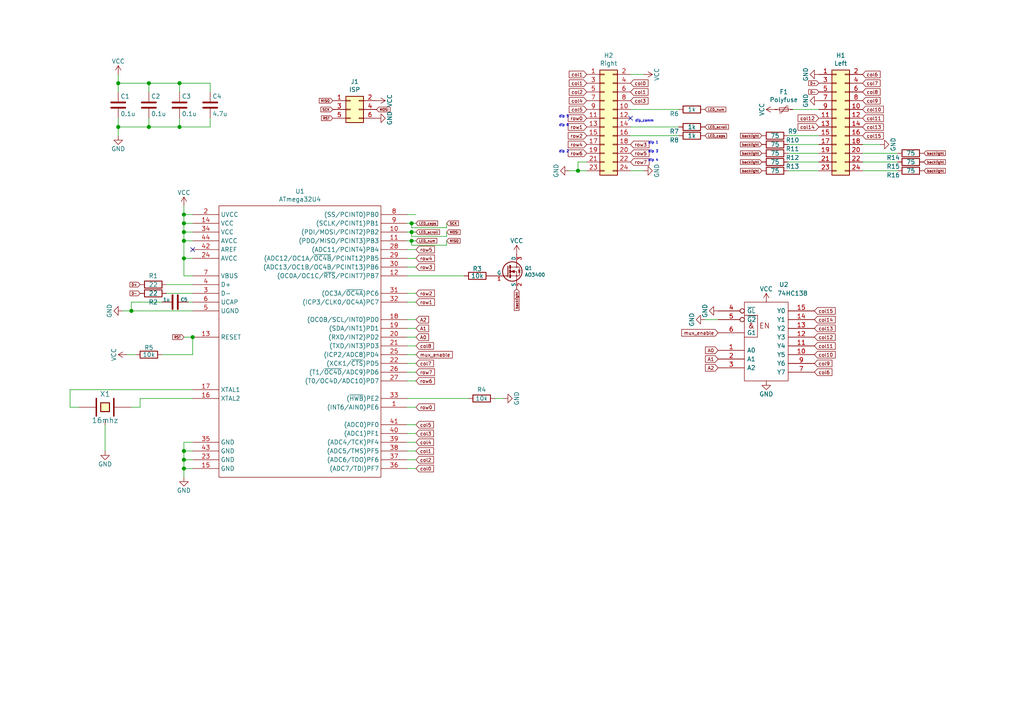
<source format=kicad_sch>
(kicad_sch (version 20210406) (generator eeschema)
  (paper "A4")
  (lib_symbols
    (symbol "74xx_IEEE:74HC237" (pin_names (offset 0.762))
      (property "Reference" "U" (at 3.81 8.89 0))
      (property "Value" "74HC237" (at 8.89 -16.51 0))
      (symbol "74HC237_0_0"
        (text "&" (at -4.318 0.762 0) (effects (font (size 1.524 1.524))))
        (text "EN" (at -0.508 0.762 0) (effects (font (size 1.524 1.524))))
        (pin power_in line (at 0 7.62 270) (length 0) hide (name "VCC") (number "16"))
      )
      (symbol "74HC237_0_1"
        (rectangle (start -6.35 7.62) (end 6.35 -15.24))
        (polyline (pts (xy -6.35 3.81) (xy -2.54 3.81) (xy -2.54 -2.54) (xy -6.35 -2.54) (xy -6.35 -2.54)))
        (pin power_in line (at 0 -15.24 90) (length 0) hide (name "GND") (number "8"))
      )
      (symbol "74HC237_1_1"
        (pin input line (at -13.97 -6.35 0) (length 7.62) (name "A0") (number "1"))
        (pin output line (at 13.97 -7.62 180) (length 7.62) (name "Y5") (number "10"))
        (pin output line (at 13.97 -5.08 180) (length 7.62) (name "Y4") (number "11"))
        (pin output line (at 13.97 -2.54 180) (length 7.62) (name "Y3") (number "12"))
        (pin output line (at 13.97 0 180) (length 7.62) (name "Y2") (number "13"))
        (pin output line (at 13.97 2.54 180) (length 7.62) (name "Y1") (number "14"))
        (pin output line (at 13.97 5.08 180) (length 7.62) (name "Y0") (number "15"))
        (pin input line (at -13.97 -8.89 0) (length 7.62) (name "A1") (number "2"))
        (pin input line (at -13.97 -11.43 0) (length 7.62) (name "A2") (number "3"))
        (pin input inverted (at -13.97 5.08 0) (length 7.62) (name "~GL") (number "4"))
        (pin input inverted (at -13.97 2.54 0) (length 7.62) (name "~G2") (number "5"))
        (pin input line (at -13.97 -1.27 0) (length 7.62) (name "G1") (number "6"))
        (pin output line (at 13.97 -12.7 180) (length 7.62) (name "Y7") (number "7"))
        (pin output line (at 13.97 -10.16 180) (length 7.62) (name "Y6") (number "9"))
      )
    )
    (symbol "Connector_Generic:Conn_02x03_Odd_Even" (pin_names hide)
      (property "Reference" "J" (at 1.27 5.08 0))
      (property "Value" "Conn_02x03_Odd_Even" (at 1.27 -5.08 0))
      (symbol "Conn_02x03_Odd_Even_1_1"
        (rectangle (start -1.27 -2.413) (end 0 -2.667) (stroke (width 0.1524)))
        (rectangle (start -1.27 0.127) (end 0 -0.127) (stroke (width 0.1524)))
        (rectangle (start -1.27 2.667) (end 0 2.413) (stroke (width 0.1524)))
        (rectangle (start 3.81 -2.413) (end 2.54 -2.667) (stroke (width 0.1524)))
        (rectangle (start 3.81 0.127) (end 2.54 -0.127) (stroke (width 0.1524)))
        (rectangle (start 3.81 2.667) (end 2.54 2.413) (stroke (width 0.1524)))
        (rectangle (start -1.27 3.81) (end 3.81 -3.81) (stroke (width 0.254)) (fill (type background)))
        (pin passive line (at -5.08 2.54 0) (length 3.81) (name "Pin_1") (number "1"))
        (pin passive line (at 7.62 2.54 180) (length 3.81) (name "Pin_2") (number "2"))
        (pin passive line (at -5.08 0 0) (length 3.81) (name "Pin_3") (number "3"))
        (pin passive line (at 7.62 0 180) (length 3.81) (name "Pin_4") (number "4"))
        (pin passive line (at -5.08 -2.54 0) (length 3.81) (name "Pin_5") (number "5"))
        (pin passive line (at 7.62 -2.54 180) (length 3.81) (name "Pin_6") (number "6"))
      )
    )
    (symbol "Connector_Generic:Conn_02x12_Odd_Even" (pin_names hide)
      (property "Reference" "J" (at 1.27 15.24 0))
      (property "Value" "Conn_02x12_Odd_Even" (at 1.27 -17.78 0))
      (symbol "Conn_02x12_Odd_Even_1_1"
        (rectangle (start -1.27 -15.113) (end 0 -15.367) (stroke (width 0.1524)))
        (rectangle (start -1.27 -12.573) (end 0 -12.827) (stroke (width 0.1524)))
        (rectangle (start -1.27 -10.033) (end 0 -10.287) (stroke (width 0.1524)))
        (rectangle (start -1.27 -7.493) (end 0 -7.747) (stroke (width 0.1524)))
        (rectangle (start -1.27 -4.953) (end 0 -5.207) (stroke (width 0.1524)))
        (rectangle (start -1.27 -2.413) (end 0 -2.667) (stroke (width 0.1524)))
        (rectangle (start -1.27 0.127) (end 0 -0.127) (stroke (width 0.1524)))
        (rectangle (start -1.27 2.667) (end 0 2.413) (stroke (width 0.1524)))
        (rectangle (start -1.27 5.207) (end 0 4.953) (stroke (width 0.1524)))
        (rectangle (start -1.27 7.747) (end 0 7.493) (stroke (width 0.1524)))
        (rectangle (start -1.27 10.287) (end 0 10.033) (stroke (width 0.1524)))
        (rectangle (start -1.27 12.827) (end 0 12.573) (stroke (width 0.1524)))
        (rectangle (start 3.81 -15.113) (end 2.54 -15.367) (stroke (width 0.1524)))
        (rectangle (start 3.81 -12.573) (end 2.54 -12.827) (stroke (width 0.1524)))
        (rectangle (start 3.81 -10.033) (end 2.54 -10.287) (stroke (width 0.1524)))
        (rectangle (start 3.81 -7.493) (end 2.54 -7.747) (stroke (width 0.1524)))
        (rectangle (start 3.81 -4.953) (end 2.54 -5.207) (stroke (width 0.1524)))
        (rectangle (start 3.81 -2.413) (end 2.54 -2.667) (stroke (width 0.1524)))
        (rectangle (start 3.81 0.127) (end 2.54 -0.127) (stroke (width 0.1524)))
        (rectangle (start 3.81 2.667) (end 2.54 2.413) (stroke (width 0.1524)))
        (rectangle (start 3.81 5.207) (end 2.54 4.953) (stroke (width 0.1524)))
        (rectangle (start 3.81 7.747) (end 2.54 7.493) (stroke (width 0.1524)))
        (rectangle (start 3.81 10.287) (end 2.54 10.033) (stroke (width 0.1524)))
        (rectangle (start 3.81 12.827) (end 2.54 12.573) (stroke (width 0.1524)))
        (rectangle (start -1.27 13.97) (end 3.81 -16.51) (stroke (width 0.254)) (fill (type background)))
        (pin passive line (at -5.08 12.7 0) (length 3.81) (name "Pin_1") (number "1"))
        (pin passive line (at 7.62 2.54 180) (length 3.81) (name "Pin_10") (number "10"))
        (pin passive line (at -5.08 0 0) (length 3.81) (name "Pin_11") (number "11"))
        (pin passive line (at 7.62 0 180) (length 3.81) (name "Pin_12") (number "12"))
        (pin passive line (at -5.08 -2.54 0) (length 3.81) (name "Pin_13") (number "13"))
        (pin passive line (at 7.62 -2.54 180) (length 3.81) (name "Pin_14") (number "14"))
        (pin passive line (at -5.08 -5.08 0) (length 3.81) (name "Pin_15") (number "15"))
        (pin passive line (at 7.62 -5.08 180) (length 3.81) (name "Pin_16") (number "16"))
        (pin passive line (at -5.08 -7.62 0) (length 3.81) (name "Pin_17") (number "17"))
        (pin passive line (at 7.62 -7.62 180) (length 3.81) (name "Pin_18") (number "18"))
        (pin passive line (at -5.08 -10.16 0) (length 3.81) (name "Pin_19") (number "19"))
        (pin passive line (at 7.62 12.7 180) (length 3.81) (name "Pin_2") (number "2"))
        (pin passive line (at 7.62 -10.16 180) (length 3.81) (name "Pin_20") (number "20"))
        (pin passive line (at -5.08 -12.7 0) (length 3.81) (name "Pin_21") (number "21"))
        (pin passive line (at 7.62 -12.7 180) (length 3.81) (name "Pin_22") (number "22"))
        (pin passive line (at -5.08 -15.24 0) (length 3.81) (name "Pin_23") (number "23"))
        (pin passive line (at 7.62 -15.24 180) (length 3.81) (name "Pin_24") (number "24"))
        (pin passive line (at -5.08 10.16 0) (length 3.81) (name "Pin_3") (number "3"))
        (pin passive line (at 7.62 10.16 180) (length 3.81) (name "Pin_4") (number "4"))
        (pin passive line (at -5.08 7.62 0) (length 3.81) (name "Pin_5") (number "5"))
        (pin passive line (at 7.62 7.62 180) (length 3.81) (name "Pin_6") (number "6"))
        (pin passive line (at -5.08 5.08 0) (length 3.81) (name "Pin_7") (number "7"))
        (pin passive line (at 7.62 5.08 180) (length 3.81) (name "Pin_8") (number "8"))
        (pin passive line (at -5.08 2.54 0) (length 3.81) (name "Pin_9") (number "9"))
      )
    )
    (symbol "Device:C" (pin_numbers hide) (pin_names (offset 0.254))
      (property "Reference" "C" (at 0.635 2.54 0))
      (property "Value" "C" (at 0.635 -2.54 0))
      (symbol "C_0_1"
        (polyline (pts (xy -2.032 -0.762) (xy 2.032 -0.762)) (stroke (width 0.508)))
        (polyline (pts (xy -2.032 0.762) (xy 2.032 0.762)) (stroke (width 0.508)))
      )
      (symbol "C_1_1"
        (pin passive line (at 0 3.81 270) (length 2.794) (name "~") (number "1"))
        (pin passive line (at 0 -3.81 90) (length 2.794) (name "~") (number "2"))
      )
    )
    (symbol "Device:Polyfuse_Small" (pin_numbers hide) (pin_names (offset 0))
      (property "Reference" "F" (at -1.905 0 90))
      (property "Value" "Polyfuse_Small" (at 1.905 0 90))
      (symbol "Polyfuse_Small_0_1"
        (rectangle (start -0.508 1.27) (end 0.508 -1.27))
        (polyline (pts (xy 0 2.54) (xy 0 -2.54)))
        (polyline (pts (xy -1.016 1.27) (xy -1.016 0.762) (xy 1.016 -0.762) (xy 1.016 -1.27)))
      )
      (symbol "Polyfuse_Small_1_1"
        (pin passive line (at 0 2.54 270) (length 0.635) (name "~") (number "1"))
        (pin passive line (at 0 -2.54 90) (length 0.635) (name "~") (number "2"))
      )
    )
    (symbol "Device:R" (pin_numbers hide) (pin_names (offset 0))
      (property "Reference" "R" (at 2.032 0 90))
      (property "Value" "R" (at 0 0 90))
      (symbol "R_0_1"
        (rectangle (start -1.016 -2.54) (end 1.016 2.54) (stroke (width 0.254)))
      )
      (symbol "R_1_1"
        (pin passive line (at 0 3.81 270) (length 1.27) (name "~") (number "1"))
        (pin passive line (at 0 -3.81 90) (length 1.27) (name "~") (number "2"))
      )
    )
    (symbol "Power:GND" (power) (pin_names (offset 0))
      (property "Value" "GND" (at 0 -3.81 0))
      (symbol "GND_0_1"
        (polyline (pts (xy 0 0) (xy 0 -1.27) (xy 1.27 -1.27) (xy 0 -2.54) (xy -1.27 -1.27) (xy 0 -1.27)))
      )
      (symbol "GND_1_1"
        (pin power_in line (at 0 0 270) (length 0) hide (name "GND") (number "1"))
      )
    )
    (symbol "Power:VCC" (power) (pin_names (offset 0))
      (property "Value" "VCC" (at 0 3.81 0))
      (symbol "VCC_0_1"
        (polyline (pts (xy -0.762 1.27) (xy 0 2.54)))
        (polyline (pts (xy 0 0) (xy 0 2.54)))
        (polyline (pts (xy 0 2.54) (xy 0.762 1.27)))
      )
      (symbol "VCC_1_1"
        (pin power_in line (at 0 0 90) (length 0) hide (name "VCC") (number "1"))
      )
    )
    (symbol "atmel:ATmega32U4"
      (property "Reference" "U" (at -22.86 43.18 0))
      (property "Value" "ATmega32U4" (at -16.51 -39.37 0))
      (symbol "ATmega32U4_0_1"
        (rectangle (start -24.13 41.91) (end 22.86 -36.83))
      )
      (symbol "ATmega32U4_1_1"
        (pin input line (at 30.48 -16.51 180) (length 7.62) (name "(INT6/AIN0)PE6") (number "1"))
        (pin input line (at 30.48 34.29 180) (length 7.62) (name "(PDI/MOSI/PCINT2)PB2") (number "10"))
        (pin input line (at 30.48 31.75 180) (length 7.62) (name "(PDO/MISO/PCINT3)PB3") (number "11"))
        (pin input line (at 30.48 21.59 180) (length 7.62) (name "(OC0A/OC1C/~RTS~/PCINT7)PB7") (number "12"))
        (pin input line (at -31.75 3.81 0) (length 7.62) (name "RESET") (number "13"))
        (pin power_in line (at -31.75 36.83 0) (length 7.62) (name "VCC") (number "14"))
        (pin power_in line (at -31.75 -34.29 0) (length 7.62) (name "GND") (number "15"))
        (pin input line (at -31.75 -13.97 0) (length 7.62) (name "XTAL2") (number "16"))
        (pin input line (at -31.75 -11.43 0) (length 7.62) (name "XTAL1") (number "17"))
        (pin input line (at 30.48 8.89 180) (length 7.62) (name "(OC0B/SCL/INT0)PD0") (number "18"))
        (pin input line (at 30.48 6.35 180) (length 7.62) (name "(SDA/INT1)PD1") (number "19"))
        (pin input line (at -31.75 39.37 0) (length 7.62) (name "UVCC") (number "2"))
        (pin input line (at 30.48 3.81 180) (length 7.62) (name "(RXD/INT2)PD2") (number "20"))
        (pin input line (at 30.48 1.27 180) (length 7.62) (name "(TXD/INT3)PD3") (number "21"))
        (pin input line (at 30.48 -3.81 180) (length 7.62) (name "(XCK1/~CTS~)PD5") (number "22"))
        (pin power_in line (at -31.75 -31.75 0) (length 7.62) (name "GND") (number "23"))
        (pin power_in line (at -31.75 26.67 0) (length 7.62) (name "AVCC") (number "24"))
        (pin input line (at 30.48 -1.27 180) (length 7.62) (name "(ICP2/ADC8)PD4") (number "25"))
        (pin input line (at 30.48 -6.35 180) (length 7.62) (name "(T1/~OC4D~/ADC9)PD6") (number "26"))
        (pin input line (at 30.48 -8.89 180) (length 7.62) (name "(T0/OC4D/ADC10)PD7") (number "27"))
        (pin input line (at 30.48 29.21 180) (length 7.62) (name "(ADC11/PCINT4)PB4") (number "28"))
        (pin input line (at 30.48 26.67 180) (length 7.62) (name "(ADC12/OC1A/~OC4B~/PCINT12)PB5") (number "29"))
        (pin input line (at -31.75 16.51 0) (length 7.62) (name "D-") (number "3"))
        (pin input line (at 30.48 24.13 180) (length 7.62) (name "(ADC13/OC1B/OC4B/PCINT13)PB6") (number "30"))
        (pin input line (at 30.48 16.51 180) (length 7.62) (name "(OC3A/~OC4A~)PC6") (number "31"))
        (pin input line (at 30.48 13.97 180) (length 7.62) (name "(ICP3/CLK0/OC4A)PC7") (number "32"))
        (pin input line (at 30.48 -13.97 180) (length 7.62) (name "(~HWB~)PE2") (number "33"))
        (pin power_in line (at -31.75 34.29 0) (length 7.62) (name "VCC") (number "34"))
        (pin power_in line (at -31.75 -26.67 0) (length 7.62) (name "GND") (number "35"))
        (pin input line (at 30.48 -34.29 180) (length 7.62) (name "(ADC7/TDI)PF7") (number "36"))
        (pin input line (at 30.48 -31.75 180) (length 7.62) (name "(ADC6/TDO)PF6") (number "37"))
        (pin input line (at 30.48 -29.21 180) (length 7.62) (name "(ADC5/TMS)PF5") (number "38"))
        (pin input line (at 30.48 -26.67 180) (length 7.62) (name "(ADC4/TCK)PF4") (number "39"))
        (pin input line (at -31.75 19.05 0) (length 7.62) (name "D+") (number "4"))
        (pin input line (at 30.48 -24.13 180) (length 7.62) (name "(ADC1)PF1") (number "40"))
        (pin input line (at 30.48 -21.59 180) (length 7.62) (name "(ADC0)PF0") (number "41"))
        (pin input line (at -31.75 29.21 0) (length 7.62) (name "AREF") (number "42"))
        (pin power_in line (at -31.75 -29.21 0) (length 7.62) (name "GND") (number "43"))
        (pin power_in line (at -31.75 31.75 0) (length 7.62) (name "AVCC") (number "44"))
        (pin input line (at -31.75 11.43 0) (length 7.62) (name "UGND") (number "5"))
        (pin input line (at -31.75 13.97 0) (length 7.62) (name "UCAP") (number "6"))
        (pin input line (at -31.75 21.59 0) (length 7.62) (name "VBUS") (number "7"))
        (pin input line (at 30.48 39.37 180) (length 7.62) (name "(SS/PCINT0)PB0") (number "8"))
        (pin input line (at 30.48 36.83 180) (length 7.62) (name "(SCLK/PCINT1)PB1") (number "9"))
      )
    )
    (symbol "keyboard_parts:AO3400" (pin_names (offset 0))
      (property "Reference" "Q" (at 0 -3.7846 0))
      (property "Value" "AO3400" (at 0 3.81 0))
      (symbol "AO3400_0_1"
        (circle (center 1.27 0) (radius 2.8194) (stroke (width 0.254)))
        (circle (center 2.54 -1.27) (radius 0.127))
        (circle (center 2.54 1.27) (radius 0.127))
        (polyline (pts (xy 0.635 -1.016) (xy 0.635 -1.651)) (stroke (width 0.508)))
        (polyline (pts (xy 0.635 0.381) (xy 0.635 -0.381)) (stroke (width 0.508)))
        (polyline (pts (xy 0.635 1.651) (xy 0.635 1.016)) (stroke (width 0.508)))
        (polyline (pts (xy 3.048 0.381) (xy 2.921 0.381)))
        (polyline (pts (xy 3.048 0.381) (xy 3.556 0.381)))
        (polyline (pts (xy 3.556 0.381) (xy 3.683 0.381)))
        (polyline (pts (xy 0 1.524) (xy 0 -1.524) (xy 0 -1.524)) (stroke (width 0.254)))
        (polyline (pts (xy 0.762 -1.27) (xy 2.54 -1.27) (xy 2.54 -2.54) (xy 2.54 -2.54)))
        (polyline (pts (xy 0.762 1.27) (xy 2.54 1.27) (xy 2.54 2.54) (xy 2.54 2.54)))
        (polyline (pts (xy 2.54 1.27) (xy 3.302 1.27) (xy 3.302 -1.27) (xy 2.54 -1.27)))
        (polyline (pts (xy 0.762 0) (xy 1.27 0) (xy 2.54 0) (xy 2.54 -1.27) (xy 2.54 -1.27)))
        (polyline (pts (xy 3.302 0.381) (xy 3.048 -0.254) (xy 3.556 -0.254) (xy 3.302 0.381)) (fill (type outline)))
        (polyline (pts (xy 0.889 0) (xy 1.905 0.381) (xy 1.905 -0.381) (xy 0.889 0) (xy 1.016 0) (xy 1.016 0)) (fill (type outline)))
      )
      (symbol "AO3400_1_1"
        (pin passive line (at -5.08 -1.27 0) (length 5.08) (name "G") (number "1"))
        (pin passive line (at 2.54 -5.08 90) (length 2.54) (name "S") (number "2"))
        (pin passive line (at 2.54 5.08 270) (length 2.54) (name "D") (number "3"))
      )
    )
    (symbol "keyboard_parts:XTAL_GND" (pin_numbers hide) (pin_names hide)
      (property "Reference" "X" (at 0 3.81 0))
      (property "Value" "XTAL_GND" (at 0 -3.81 0))
      (symbol "XTAL_GND_0_1"
        (polyline (pts (xy -2.54 2.54) (xy -2.54 -2.54)) (stroke (width 0.4064)))
        (polyline (pts (xy 2.54 2.54) (xy 2.54 -2.54)) (stroke (width 0.4064)))
        (polyline (pts (xy -1.27 1.27) (xy 1.27 1.27) (xy 1.27 -1.27) (xy -1.27 -1.27) (xy -1.27 1.27)) (stroke (width 0.3048)) (fill (type background)))
      )
      (symbol "XTAL_GND_1_1"
        (pin passive line (at -7.62 0 0) (length 5.08) (name "1") (number "1"))
        (pin passive line (at 7.62 0 180) (length 5.08) (name "2") (number "2"))
        (pin passive line (at 0 -5.08 90) (length 1.27) (name "~") (number "3"))
      )
    )
  )
  (junction (at 34.29 24.13) (diameter 1.016))
  (junction (at 34.29 36.83) (diameter 1.016))
  (junction (at 38.1 90.17) (diameter 1.016))
  (junction (at 43.18 24.13) (diameter 1.016))
  (junction (at 43.18 36.83) (diameter 1.016))
  (junction (at 52.07 24.13) (diameter 1.016))
  (junction (at 52.07 36.83) (diameter 1.016))
  (junction (at 53.34 62.23) (diameter 1.016))
  (junction (at 53.34 64.77) (diameter 1.016))
  (junction (at 53.34 67.31) (diameter 1.016))
  (junction (at 53.34 69.85) (diameter 1.016))
  (junction (at 53.34 74.93) (diameter 1.016))
  (junction (at 53.34 130.81) (diameter 1.016))
  (junction (at 53.34 133.35) (diameter 1.016))
  (junction (at 53.34 135.89) (diameter 1.016))
  (junction (at 55.88 97.79) (diameter 1.016))
  (junction (at 119.38 64.77) (diameter 1.016))
  (junction (at 119.38 67.31) (diameter 1.016))
  (junction (at 119.38 69.85) (diameter 1.016))
  (junction (at 167.64 49.53) (diameter 1.016))
  (no_connect (at 55.88 72.39))
  (no_connect (at 182.88 34.29))
  (wire (pts (xy 20.32 113.03) (xy 20.32 118.11)))
  (wire (pts (xy 20.32 113.03) (xy 55.88 113.03)))
  (wire (pts (xy 22.86 118.11) (xy 20.32 118.11)))
  (wire (pts (xy 30.48 123.19) (xy 30.48 130.81)))
  (wire (pts (xy 34.29 21.59) (xy 34.29 24.13)))
  (wire (pts (xy 34.29 24.13) (xy 34.29 26.67)))
  (wire (pts (xy 34.29 24.13) (xy 43.18 24.13)))
  (wire (pts (xy 34.29 34.29) (xy 34.29 36.83)))
  (wire (pts (xy 34.29 36.83) (xy 34.29 39.37)))
  (wire (pts (xy 34.29 36.83) (xy 43.18 36.83)))
  (wire (pts (xy 35.56 90.17) (xy 38.1 90.17)))
  (wire (pts (xy 36.83 102.87) (xy 39.37 102.87)))
  (wire (pts (xy 38.1 87.63) (xy 38.1 90.17)))
  (wire (pts (xy 38.1 87.63) (xy 46.99 87.63)))
  (wire (pts (xy 38.1 90.17) (xy 55.88 90.17)))
  (wire (pts (xy 38.1 118.11) (xy 40.64 118.11)))
  (wire (pts (xy 40.64 115.57) (xy 40.64 118.11)))
  (wire (pts (xy 40.64 115.57) (xy 55.88 115.57)))
  (wire (pts (xy 43.18 24.13) (xy 43.18 26.67)))
  (wire (pts (xy 43.18 24.13) (xy 52.07 24.13)))
  (wire (pts (xy 43.18 34.29) (xy 43.18 36.83)))
  (wire (pts (xy 43.18 36.83) (xy 52.07 36.83)))
  (wire (pts (xy 48.26 82.55) (xy 55.88 82.55)))
  (wire (pts (xy 48.26 85.09) (xy 55.88 85.09)))
  (wire (pts (xy 52.07 24.13) (xy 52.07 26.67)))
  (wire (pts (xy 52.07 24.13) (xy 60.96 24.13)))
  (wire (pts (xy 52.07 36.83) (xy 52.07 34.29)))
  (wire (pts (xy 52.07 36.83) (xy 60.96 36.83)))
  (wire (pts (xy 53.34 59.69) (xy 53.34 62.23)))
  (wire (pts (xy 53.34 62.23) (xy 53.34 64.77)))
  (wire (pts (xy 53.34 64.77) (xy 53.34 67.31)))
  (wire (pts (xy 53.34 67.31) (xy 53.34 69.85)))
  (wire (pts (xy 53.34 69.85) (xy 53.34 74.93)))
  (wire (pts (xy 53.34 74.93) (xy 55.88 74.93)))
  (wire (pts (xy 53.34 80.01) (xy 53.34 74.93)))
  (wire (pts (xy 53.34 80.01) (xy 55.88 80.01)))
  (wire (pts (xy 53.34 97.79) (xy 55.88 97.79)))
  (wire (pts (xy 53.34 128.27) (xy 55.88 128.27)))
  (wire (pts (xy 53.34 130.81) (xy 53.34 128.27)))
  (wire (pts (xy 53.34 130.81) (xy 55.88 130.81)))
  (wire (pts (xy 53.34 133.35) (xy 53.34 130.81)))
  (wire (pts (xy 53.34 135.89) (xy 53.34 133.35)))
  (wire (pts (xy 53.34 138.43) (xy 53.34 135.89)))
  (wire (pts (xy 55.88 62.23) (xy 53.34 62.23)))
  (wire (pts (xy 55.88 64.77) (xy 53.34 64.77)))
  (wire (pts (xy 55.88 67.31) (xy 53.34 67.31)))
  (wire (pts (xy 55.88 69.85) (xy 53.34 69.85)))
  (wire (pts (xy 55.88 87.63) (xy 54.61 87.63)))
  (wire (pts (xy 55.88 97.79) (xy 55.88 102.87)))
  (wire (pts (xy 55.88 102.87) (xy 46.99 102.87)))
  (wire (pts (xy 55.88 133.35) (xy 53.34 133.35)))
  (wire (pts (xy 55.88 135.89) (xy 53.34 135.89)))
  (wire (pts (xy 60.96 24.13) (xy 60.96 26.67)))
  (wire (pts (xy 60.96 36.83) (xy 60.96 34.29)))
  (wire (pts (xy 118.11 62.23) (xy 120.65 62.23)))
  (wire (pts (xy 118.11 64.77) (xy 119.38 64.77)))
  (wire (pts (xy 118.11 67.31) (xy 119.38 67.31)))
  (wire (pts (xy 118.11 69.85) (xy 119.38 69.85)))
  (wire (pts (xy 118.11 72.39) (xy 120.65 72.39)))
  (wire (pts (xy 118.11 77.47) (xy 120.65 77.47)))
  (wire (pts (xy 118.11 80.01) (xy 134.62 80.01)))
  (wire (pts (xy 118.11 87.63) (xy 120.65 87.63)))
  (wire (pts (xy 118.11 92.71) (xy 120.65 92.71)))
  (wire (pts (xy 118.11 95.25) (xy 120.65 95.25)))
  (wire (pts (xy 118.11 97.79) (xy 120.65 97.79)))
  (wire (pts (xy 118.11 102.87) (xy 120.65 102.87)))
  (wire (pts (xy 118.11 110.49) (xy 120.65 110.49)))
  (wire (pts (xy 118.11 115.57) (xy 135.89 115.57)))
  (wire (pts (xy 118.11 118.11) (xy 120.65 118.11)))
  (wire (pts (xy 118.11 123.19) (xy 120.65 123.19)))
  (wire (pts (xy 118.11 125.73) (xy 120.65 125.73)))
  (wire (pts (xy 119.38 64.77) (xy 119.38 66.04)))
  (wire (pts (xy 119.38 64.77) (xy 120.65 64.77)))
  (wire (pts (xy 119.38 66.04) (xy 129.54 66.04)))
  (wire (pts (xy 119.38 67.31) (xy 120.65 67.31)))
  (wire (pts (xy 119.38 68.58) (xy 119.38 67.31)))
  (wire (pts (xy 119.38 69.85) (xy 119.38 71.12)))
  (wire (pts (xy 119.38 69.85) (xy 120.65 69.85)))
  (wire (pts (xy 119.38 71.12) (xy 129.54 71.12)))
  (wire (pts (xy 120.65 74.93) (xy 118.11 74.93)))
  (wire (pts (xy 120.65 85.09) (xy 118.11 85.09)))
  (wire (pts (xy 120.65 100.33) (xy 118.11 100.33)))
  (wire (pts (xy 120.65 105.41) (xy 118.11 105.41)))
  (wire (pts (xy 120.65 107.95) (xy 118.11 107.95)))
  (wire (pts (xy 120.65 128.27) (xy 118.11 128.27)))
  (wire (pts (xy 120.65 130.81) (xy 118.11 130.81)))
  (wire (pts (xy 120.65 133.35) (xy 118.11 133.35)))
  (wire (pts (xy 120.65 135.89) (xy 118.11 135.89)))
  (wire (pts (xy 129.54 66.04) (xy 129.54 64.77)))
  (wire (pts (xy 129.54 67.31) (xy 129.54 68.58)))
  (wire (pts (xy 129.54 68.58) (xy 119.38 68.58)))
  (wire (pts (xy 129.54 71.12) (xy 129.54 69.85)))
  (wire (pts (xy 143.51 115.57) (xy 146.05 115.57)))
  (wire (pts (xy 167.64 49.53) (xy 165.1 49.53)))
  (wire (pts (xy 167.64 49.53) (xy 167.64 46.99)))
  (wire (pts (xy 170.18 46.99) (xy 167.64 46.99)))
  (wire (pts (xy 170.18 49.53) (xy 167.64 49.53)))
  (wire (pts (xy 182.88 31.75) (xy 196.85 31.75)))
  (wire (pts (xy 182.88 36.83) (xy 196.85 36.83)))
  (wire (pts (xy 182.88 39.37) (xy 196.85 39.37)))
  (wire (pts (xy 186.69 21.59) (xy 182.88 21.59)))
  (wire (pts (xy 186.69 49.53) (xy 182.88 49.53)))
  (wire (pts (xy 204.47 92.71) (xy 208.28 92.71)))
  (wire (pts (xy 229.87 31.75) (xy 237.49 31.75)))
  (wire (pts (xy 237.49 39.37) (xy 228.6 39.37)))
  (wire (pts (xy 237.49 41.91) (xy 228.6 41.91)))
  (wire (pts (xy 237.49 44.45) (xy 228.6 44.45)))
  (wire (pts (xy 237.49 46.99) (xy 228.6 46.99)))
  (wire (pts (xy 237.49 49.53) (xy 228.6 49.53)))
  (wire (pts (xy 255.27 41.91) (xy 250.19 41.91)))
  (wire (pts (xy 260.35 44.45) (xy 250.19 44.45)))
  (wire (pts (xy 260.35 46.99) (xy 250.19 46.99)))
  (wire (pts (xy 260.35 49.53) (xy 250.19 49.53)))
  (text "dip 5" (at 165.1 34.29 180) (effects (font (size 0.7112 0.7112)) (justify right bottom)))
  (text "dip 6" (at 165.1 36.83 180) (effects (font (size 0.7112 0.7112)) (justify right bottom)))
  (text "dip 2" (at 165.1 44.45 180) (effects (font (size 0.7112 0.7112)) (justify right bottom)))
  (text "dip_comm" (at 184.15 35.56 0) (effects (font (size 0.7112 0.7112)) (justify left bottom)))
  (text "dip 1" (at 187.96 41.91 0) (effects (font (size 0.7112 0.7112)) (justify left bottom)))
  (text "dip 3" (at 187.96 44.45 0) (effects (font (size 0.7112 0.7112)) (justify left bottom)))
  (text "dip 4" (at 187.96 46.99 0) (effects (font (size 0.7112 0.7112)) (justify left bottom)))
  (global_label "D+" (shape input) (at 40.64 82.55 180) (effects (font (size 0.7112 0.7112))) (property "Intersheet References" "${INTERSHEET_REFS}" (effects hide)))
  (global_label "D-" (shape input) (at 40.64 85.09 180) (effects (font (size 0.7112 0.7112))) (property "Intersheet References" "${INTERSHEET_REFS}" (effects hide)))
  (global_label "RST" (shape input) (at 53.34 97.79 180) (effects (font (size 0.7112 0.7112))) (property "Intersheet References" "${INTERSHEET_REFS}" (effects hide)))
  (global_label "MISO" (shape input) (at 96.52 29.21 180) (effects (font (size 0.7112 0.7112))) (property "Intersheet References" "${INTERSHEET_REFS}" (effects hide)))
  (global_label "SCK" (shape input) (at 96.52 31.75 180) (effects (font (size 0.7112 0.7112))) (property "Intersheet References" "${INTERSHEET_REFS}" (effects hide)))
  (global_label "RST" (shape input) (at 96.52 34.29 180) (effects (font (size 0.7112 0.7112))) (property "Intersheet References" "${INTERSHEET_REFS}" (effects hide)))
  (global_label "MOSI" (shape input) (at 109.22 31.75 0) (effects (font (size 0.7112 0.7112))) (property "Intersheet References" "${INTERSHEET_REFS}" (effects hide)))
  (global_label "LED_caps" (shape input) (at 120.65 64.77 0) (effects (font (size 0.7112 0.7112))) (property "Intersheet References" "${INTERSHEET_REFS}" (effects hide)))
  (global_label "LED_scroll" (shape input) (at 120.65 67.31 0) (effects (font (size 0.7112 0.7112))) (property "Intersheet References" "${INTERSHEET_REFS}" (effects hide)))
  (global_label "LED_num" (shape input) (at 120.65 69.85 0) (effects (font (size 0.7112 0.7112))) (property "Intersheet References" "${INTERSHEET_REFS}" (effects hide)))
  (global_label "row5" (shape input) (at 120.65 72.39 0) (effects (font (size 0.9906 0.9906))) (property "Intersheet References" "${INTERSHEET_REFS}" (effects hide)))
  (global_label "row4" (shape input) (at 120.65 74.93 0) (effects (font (size 0.9906 0.9906))) (property "Intersheet References" "${INTERSHEET_REFS}" (effects hide)))
  (global_label "row3" (shape input) (at 120.65 77.47 0) (effects (font (size 0.9906 0.9906))) (property "Intersheet References" "${INTERSHEET_REFS}" (effects hide)))
  (global_label "row2" (shape input) (at 120.65 85.09 0) (effects (font (size 0.9906 0.9906))) (property "Intersheet References" "${INTERSHEET_REFS}" (effects hide)))
  (global_label "row1" (shape input) (at 120.65 87.63 0) (effects (font (size 0.9906 0.9906))) (property "Intersheet References" "${INTERSHEET_REFS}" (effects hide)))
  (global_label "A2" (shape input) (at 120.65 92.71 0) (effects (font (size 0.9906 0.9906))) (property "Intersheet References" "${INTERSHEET_REFS}" (effects hide)))
  (global_label "A1" (shape input) (at 120.65 95.25 0) (effects (font (size 0.9906 0.9906))) (property "Intersheet References" "${INTERSHEET_REFS}" (effects hide)))
  (global_label "A0" (shape input) (at 120.65 97.79 0) (effects (font (size 0.9906 0.9906))) (property "Intersheet References" "${INTERSHEET_REFS}" (effects hide)))
  (global_label "col8" (shape input) (at 120.65 100.33 0) (effects (font (size 0.9906 0.9906))) (property "Intersheet References" "${INTERSHEET_REFS}" (effects hide)))
  (global_label "mux_enable" (shape input) (at 120.65 102.87 0) (effects (font (size 0.9906 0.9906))) (property "Intersheet References" "${INTERSHEET_REFS}" (effects hide)))
  (global_label "col7" (shape input) (at 120.65 105.41 0) (effects (font (size 0.9906 0.9906))) (property "Intersheet References" "${INTERSHEET_REFS}" (effects hide)))
  (global_label "row7" (shape input) (at 120.65 107.95 0) (effects (font (size 0.9906 0.9906))) (property "Intersheet References" "${INTERSHEET_REFS}" (effects hide)))
  (global_label "row6" (shape input) (at 120.65 110.49 0) (effects (font (size 0.9906 0.9906))) (property "Intersheet References" "${INTERSHEET_REFS}" (effects hide)))
  (global_label "row0" (shape input) (at 120.65 118.11 0) (effects (font (size 0.9906 0.9906))) (property "Intersheet References" "${INTERSHEET_REFS}" (effects hide)))
  (global_label "col5" (shape input) (at 120.65 123.19 0) (effects (font (size 0.9906 0.9906))) (property "Intersheet References" "${INTERSHEET_REFS}" (effects hide)))
  (global_label "col3" (shape input) (at 120.65 125.73 0) (effects (font (size 0.9906 0.9906))) (property "Intersheet References" "${INTERSHEET_REFS}" (effects hide)))
  (global_label "col4" (shape input) (at 120.65 128.27 0) (effects (font (size 0.9906 0.9906))) (property "Intersheet References" "${INTERSHEET_REFS}" (effects hide)))
  (global_label "col1" (shape input) (at 120.65 130.81 0) (effects (font (size 0.9906 0.9906))) (property "Intersheet References" "${INTERSHEET_REFS}" (effects hide)))
  (global_label "col2" (shape input) (at 120.65 133.35 0) (effects (font (size 0.9906 0.9906))) (property "Intersheet References" "${INTERSHEET_REFS}" (effects hide)))
  (global_label "col0" (shape input) (at 120.65 135.89 0) (effects (font (size 0.9906 0.9906))) (property "Intersheet References" "${INTERSHEET_REFS}" (effects hide)))
  (global_label "SCK" (shape input) (at 129.54 64.77 0) (effects (font (size 0.7112 0.7112))) (property "Intersheet References" "${INTERSHEET_REFS}" (effects hide)))
  (global_label "MOSI" (shape input) (at 129.54 67.31 0) (effects (font (size 0.7112 0.7112))) (property "Intersheet References" "${INTERSHEET_REFS}" (effects hide)))
  (global_label "MISO" (shape input) (at 129.54 69.85 0) (effects (font (size 0.7112 0.7112))) (property "Intersheet References" "${INTERSHEET_REFS}" (effects hide)))
  (global_label "backlight" (shape input) (at 149.86 83.82 270) (effects (font (size 0.7112 0.7112))) (property "Intersheet References" "${INTERSHEET_REFS}" (effects hide)))
  (global_label "col1" (shape input) (at 170.18 21.59 180) (effects (font (size 0.9906 0.9906))) (property "Intersheet References" "${INTERSHEET_REFS}" (effects hide)))
  (global_label "col1" (shape input) (at 170.18 24.13 180) (effects (font (size 0.9906 0.9906))) (property "Intersheet References" "${INTERSHEET_REFS}" (effects hide)))
  (global_label "col2" (shape input) (at 170.18 26.67 180) (effects (font (size 0.9906 0.9906))) (property "Intersheet References" "${INTERSHEET_REFS}" (effects hide)))
  (global_label "col4" (shape input) (at 170.18 29.21 180) (effects (font (size 0.9906 0.9906))) (property "Intersheet References" "${INTERSHEET_REFS}" (effects hide)))
  (global_label "col5" (shape input) (at 170.18 31.75 180) (effects (font (size 0.9906 0.9906))) (property "Intersheet References" "${INTERSHEET_REFS}" (effects hide)))
  (global_label "row0" (shape input) (at 170.18 34.29 180) (effects (font (size 0.9906 0.9906))) (property "Intersheet References" "${INTERSHEET_REFS}" (effects hide)))
  (global_label "row1" (shape input) (at 170.18 36.83 180) (effects (font (size 0.9906 0.9906))) (property "Intersheet References" "${INTERSHEET_REFS}" (effects hide)))
  (global_label "row2" (shape input) (at 170.18 39.37 180) (effects (font (size 0.9906 0.9906))) (property "Intersheet References" "${INTERSHEET_REFS}" (effects hide)))
  (global_label "row4" (shape input) (at 170.18 41.91 180) (effects (font (size 0.9906 0.9906))) (property "Intersheet References" "${INTERSHEET_REFS}" (effects hide)))
  (global_label "row6" (shape input) (at 170.18 44.45 180) (effects (font (size 0.9906 0.9906))) (property "Intersheet References" "${INTERSHEET_REFS}" (effects hide)))
  (global_label "col0" (shape input) (at 182.88 24.13 0) (effects (font (size 0.9906 0.9906))) (property "Intersheet References" "${INTERSHEET_REFS}" (effects hide)))
  (global_label "col1" (shape input) (at 182.88 26.67 0) (effects (font (size 0.9906 0.9906))) (property "Intersheet References" "${INTERSHEET_REFS}" (effects hide)))
  (global_label "col3" (shape input) (at 182.88 29.21 0) (effects (font (size 0.9906 0.9906))) (property "Intersheet References" "${INTERSHEET_REFS}" (effects hide)))
  (global_label "row3" (shape input) (at 182.88 41.91 0) (effects (font (size 0.9906 0.9906))) (property "Intersheet References" "${INTERSHEET_REFS}" (effects hide)))
  (global_label "row5" (shape input) (at 182.88 44.45 0) (effects (font (size 0.9906 0.9906))) (property "Intersheet References" "${INTERSHEET_REFS}" (effects hide)))
  (global_label "row7" (shape input) (at 182.88 46.99 0) (effects (font (size 0.9906 0.9906))) (property "Intersheet References" "${INTERSHEET_REFS}" (effects hide)))
  (global_label "LED_num" (shape input) (at 204.47 31.75 0) (effects (font (size 0.7112 0.7112))) (property "Intersheet References" "${INTERSHEET_REFS}" (effects hide)))
  (global_label "LED_scroll" (shape input) (at 204.47 36.83 0) (effects (font (size 0.7112 0.7112))) (property "Intersheet References" "${INTERSHEET_REFS}" (effects hide)))
  (global_label "LED_caps" (shape input) (at 204.47 39.37 0) (effects (font (size 0.7112 0.7112))) (property "Intersheet References" "${INTERSHEET_REFS}" (effects hide)))
  (global_label "mux_enable" (shape input) (at 208.28 96.52 180) (effects (font (size 0.9906 0.9906))) (property "Intersheet References" "${INTERSHEET_REFS}" (effects hide)))
  (global_label "A0" (shape input) (at 208.28 101.6 180) (effects (font (size 0.9906 0.9906))) (property "Intersheet References" "${INTERSHEET_REFS}" (effects hide)))
  (global_label "A1" (shape input) (at 208.28 104.14 180) (effects (font (size 0.9906 0.9906))) (property "Intersheet References" "${INTERSHEET_REFS}" (effects hide)))
  (global_label "A2" (shape input) (at 208.28 106.68 180) (effects (font (size 0.9906 0.9906))) (property "Intersheet References" "${INTERSHEET_REFS}" (effects hide)))
  (global_label "backlight" (shape input) (at 220.98 39.37 180) (effects (font (size 0.7112 0.7112))) (property "Intersheet References" "${INTERSHEET_REFS}" (effects hide)))
  (global_label "backlight" (shape input) (at 220.98 41.91 180) (effects (font (size 0.7112 0.7112))) (property "Intersheet References" "${INTERSHEET_REFS}" (effects hide)))
  (global_label "backlight" (shape input) (at 220.98 44.45 180) (effects (font (size 0.7112 0.7112))) (property "Intersheet References" "${INTERSHEET_REFS}" (effects hide)))
  (global_label "backlight" (shape input) (at 220.98 46.99 180) (effects (font (size 0.7112 0.7112))) (property "Intersheet References" "${INTERSHEET_REFS}" (effects hide)))
  (global_label "backlight" (shape input) (at 220.98 49.53 180) (effects (font (size 0.7112 0.7112))) (property "Intersheet References" "${INTERSHEET_REFS}" (effects hide)))
  (global_label "col15" (shape input) (at 236.22 90.17 0) (effects (font (size 0.9906 0.9906))) (property "Intersheet References" "${INTERSHEET_REFS}" (effects hide)))
  (global_label "col14" (shape input) (at 236.22 92.71 0) (effects (font (size 0.9906 0.9906))) (property "Intersheet References" "${INTERSHEET_REFS}" (effects hide)))
  (global_label "col13" (shape input) (at 236.22 95.25 0) (effects (font (size 0.9906 0.9906))) (property "Intersheet References" "${INTERSHEET_REFS}" (effects hide)))
  (global_label "col12" (shape input) (at 236.22 97.79 0) (effects (font (size 0.9906 0.9906))) (property "Intersheet References" "${INTERSHEET_REFS}" (effects hide)))
  (global_label "col11" (shape input) (at 236.22 100.33 0) (effects (font (size 0.9906 0.9906))) (property "Intersheet References" "${INTERSHEET_REFS}" (effects hide)))
  (global_label "col10" (shape input) (at 236.22 102.87 0) (effects (font (size 0.9906 0.9906))) (property "Intersheet References" "${INTERSHEET_REFS}" (effects hide)))
  (global_label "col9" (shape input) (at 236.22 105.41 0) (effects (font (size 0.9906 0.9906))) (property "Intersheet References" "${INTERSHEET_REFS}" (effects hide)))
  (global_label "col6" (shape input) (at 236.22 107.95 0) (effects (font (size 0.9906 0.9906))) (property "Intersheet References" "${INTERSHEET_REFS}" (effects hide)))
  (global_label "D+" (shape input) (at 237.49 24.13 180) (effects (font (size 0.7112 0.7112))) (property "Intersheet References" "${INTERSHEET_REFS}" (effects hide)))
  (global_label "D-" (shape input) (at 237.49 26.67 180) (effects (font (size 0.7112 0.7112))) (property "Intersheet References" "${INTERSHEET_REFS}" (effects hide)))
  (global_label "col12" (shape input) (at 237.49 34.29 180) (effects (font (size 0.9906 0.9906))) (property "Intersheet References" "${INTERSHEET_REFS}" (effects hide)))
  (global_label "col14" (shape input) (at 237.49 36.83 180) (effects (font (size 0.9906 0.9906))) (property "Intersheet References" "${INTERSHEET_REFS}" (effects hide)))
  (global_label "col6" (shape input) (at 250.19 21.59 0) (effects (font (size 0.9906 0.9906))) (property "Intersheet References" "${INTERSHEET_REFS}" (effects hide)))
  (global_label "col7" (shape input) (at 250.19 24.13 0) (effects (font (size 0.9906 0.9906))) (property "Intersheet References" "${INTERSHEET_REFS}" (effects hide)))
  (global_label "col8" (shape input) (at 250.19 26.67 0) (effects (font (size 0.9906 0.9906))) (property "Intersheet References" "${INTERSHEET_REFS}" (effects hide)))
  (global_label "col9" (shape input) (at 250.19 29.21 0) (effects (font (size 0.9906 0.9906))) (property "Intersheet References" "${INTERSHEET_REFS}" (effects hide)))
  (global_label "col10" (shape input) (at 250.19 31.75 0) (effects (font (size 0.9906 0.9906))) (property "Intersheet References" "${INTERSHEET_REFS}" (effects hide)))
  (global_label "col11" (shape input) (at 250.19 34.29 0) (effects (font (size 0.9906 0.9906))) (property "Intersheet References" "${INTERSHEET_REFS}" (effects hide)))
  (global_label "col13" (shape input) (at 250.19 36.83 0) (effects (font (size 0.9906 0.9906))) (property "Intersheet References" "${INTERSHEET_REFS}" (effects hide)))
  (global_label "col15" (shape input) (at 250.19 39.37 0) (effects (font (size 0.9906 0.9906))) (property "Intersheet References" "${INTERSHEET_REFS}" (effects hide)))
  (global_label "backlight" (shape input) (at 267.97 44.45 0) (effects (font (size 0.7112 0.7112))) (property "Intersheet References" "${INTERSHEET_REFS}" (effects hide)))
  (global_label "backlight" (shape input) (at 267.97 46.99 0) (effects (font (size 0.7112 0.7112))) (property "Intersheet References" "${INTERSHEET_REFS}" (effects hide)))
  (global_label "backlight" (shape input) (at 267.97 49.53 0) (effects (font (size 0.7112 0.7112))) (property "Intersheet References" "${INTERSHEET_REFS}" (effects hide)))
  (symbol (lib_id "Power:VCC") (at 34.29 21.59 0) (unit 1)
    (property "Reference" "#PWR02" (effects hide))
    (property "Value" "VCC" (at 34.29 17.78 0))
  )
  (symbol (lib_id "Power:VCC") (at 36.83 102.87 90) (unit 1)
    (property "Reference" "#PWR04" (effects hide))
    (property "Value" "VCC" (at 33.02 102.87 0))
  )
  (symbol (lib_id "Power:VCC") (at 53.34 59.69 0) (unit 1)
    (property "Reference" "#PWR0102" (effects hide))
    (property "Value" "VCC" (at 53.34 55.88 0))
  )
  (symbol (lib_id "Power:VCC") (at 109.22 29.21 270) (unit 1)
    (property "Reference" "#PWR0109" (effects hide))
    (property "Value" "VCC" (at 113.03 29.21 0))
  )
  (symbol (lib_id "Power:VCC") (at 149.86 73.66 0) (mirror y) (unit 1)
    (property "Reference" "#PWR0114" (effects hide))
    (property "Value" "VCC" (at 149.86 69.85 0))
  )
  (symbol (lib_id "Power:VCC") (at 186.69 21.59 270) (unit 1)
    (property "Reference" "#PWR0113" (effects hide))
    (property "Value" "VCC" (at 190.5 21.59 0))
  )
  (symbol (lib_id "Power:VCC") (at 222.25 87.63 0) (unit 1)
    (property "Reference" "#PWR0116" (effects hide))
    (property "Value" "VCC" (at 222.25 83.82 0))
  )
  (symbol (lib_id "Power:VCC") (at 224.79 31.75 90) (unit 1)
    (property "Reference" "#PWR0112" (effects hide))
    (property "Value" "VCC" (at 220.98 31.75 0))
  )
  (symbol (lib_id "Power:GND") (at 30.48 130.81 0) (unit 1)
    (property "Reference" "#PWR01" (effects hide))
    (property "Value" "GND" (at 30.48 134.62 0))
  )
  (symbol (lib_id "Power:GND") (at 34.29 39.37 0) (unit 1)
    (property "Reference" "#PWR03" (effects hide))
    (property "Value" "GND" (at 34.29 43.18 0))
  )
  (symbol (lib_id "Power:GND") (at 35.56 90.17 270) (mirror x) (unit 1)
    (property "Reference" "#PWR08" (effects hide))
    (property "Value" "GND" (at 31.75 90.17 0))
  )
  (symbol (lib_id "Power:GND") (at 53.34 138.43 0) (unit 1)
    (property "Reference" "#PWR017" (effects hide))
    (property "Value" "GND" (at 53.34 142.24 0))
  )
  (symbol (lib_id "Power:GND") (at 109.22 34.29 90) (unit 1)
    (property "Reference" "#PWR0110" (effects hide))
    (property "Value" "GND" (at 113.03 34.29 0))
  )
  (symbol (lib_id "Power:GND") (at 146.05 115.57 90) (unit 1)
    (property "Reference" "#PWR06" (effects hide))
    (property "Value" "GND" (at 149.86 115.57 0))
  )
  (symbol (lib_id "Power:GND") (at 165.1 49.53 270) (mirror x) (unit 1)
    (property "Reference" "#PWR0103" (effects hide))
    (property "Value" "GND" (at 161.29 49.53 0))
  )
  (symbol (lib_id "Power:GND") (at 186.69 49.53 90) (mirror x) (unit 1)
    (property "Reference" "#PWR0105" (effects hide))
    (property "Value" "GND" (at 190.5 49.53 0))
  )
  (symbol (lib_id "Power:GND") (at 204.47 92.71 270) (mirror x) (unit 1)
    (property "Reference" "#PWR0108" (effects hide))
    (property "Value" "GND" (at 200.66 92.71 0))
  )
  (symbol (lib_id "Power:GND") (at 208.28 90.17 270) (mirror x) (unit 1)
    (property "Reference" "#PWR0101" (effects hide))
    (property "Value" "GND" (at 204.47 90.17 0))
  )
  (symbol (lib_id "Power:GND") (at 222.25 110.49 0) (mirror y) (unit 1)
    (property "Reference" "#PWR0117" (effects hide))
    (property "Value" "GND" (at 222.25 114.3 0))
  )
  (symbol (lib_id "Power:GND") (at 237.49 21.59 270) (mirror x) (unit 1)
    (property "Reference" "#PWR0106" (effects hide))
    (property "Value" "GND" (at 233.68 21.59 0))
  )
  (symbol (lib_id "Power:GND") (at 237.49 29.21 270) (mirror x) (unit 1)
    (property "Reference" "#PWR0107" (effects hide))
    (property "Value" "GND" (at 233.68 29.21 0))
  )
  (symbol (lib_id "Power:GND") (at 255.27 41.91 90) (mirror x) (unit 1)
    (property "Reference" "#PWR0111" (effects hide))
    (property "Value" "GND" (at 259.08 41.91 0))
  )
  (symbol (lib_id "Device:Polyfuse_Small") (at 227.33 31.75 90) (unit 1)
    (property "Reference" "F1" (at 227.33 26.651 90))
    (property "Value" "Polyfuse" (at 227.33 28.95 90))
    (property "Footprint" "Keeb_components:R_0805" (effects hide))
  )
  (symbol (lib_id "Device:R") (at 43.18 102.87 90) (unit 1)
    (property "Reference" "R5" (at 43.18 100.838 90))
    (property "Value" "10k" (at 43.18 102.87 90))
    (property "Footprint" "Keeb_components:R_0603" (effects hide))
  )
  (symbol (lib_id "Device:R") (at 44.45 82.55 270) (unit 1)
    (property "Reference" "R1" (at 44.45 80.01 90))
    (property "Value" "22" (at 44.45 82.55 90))
    (property "Footprint" "Keeb_components:R_0603" (effects hide))
  )
  (symbol (lib_id "Device:R") (at 44.45 85.09 270) (unit 1)
    (property "Reference" "R2" (at 44.45 87.63 90))
    (property "Value" "22" (at 44.45 85.09 90))
    (property "Footprint" "Keeb_components:R_0603" (effects hide))
  )
  (symbol (lib_id "Device:R") (at 138.43 80.01 90) (unit 1)
    (property "Reference" "R3" (at 138.43 77.978 90))
    (property "Value" "10k" (at 138.43 80.01 90))
    (property "Footprint" "Keeb_components:R_0603" (effects hide))
  )
  (symbol (lib_id "Device:R") (at 139.7 115.57 90) (mirror x) (unit 1)
    (property "Reference" "R4" (at 139.7 113.03 90))
    (property "Value" "10k" (at 139.7 115.57 90))
    (property "Footprint" "Keeb_components:R_0603" (effects hide))
  )
  (symbol (lib_id "Device:R") (at 200.66 31.75 90) (mirror x) (unit 1)
    (property "Reference" "R6" (at 195.58 33.02 90))
    (property "Value" "1k" (at 200.66 31.75 90))
    (property "Footprint" "Keeb_components:R_0603" (effects hide))
  )
  (symbol (lib_id "Device:R") (at 200.66 36.83 90) (mirror x) (unit 1)
    (property "Reference" "R7" (at 195.58 38.1 90))
    (property "Value" "1k" (at 200.66 36.83 90))
    (property "Footprint" "Keeb_components:R_0603" (effects hide))
  )
  (symbol (lib_id "Device:R") (at 200.66 39.37 90) (mirror x) (unit 1)
    (property "Reference" "R8" (at 195.58 40.64 90))
    (property "Value" "1k" (at 200.66 39.37 90))
    (property "Footprint" "Keeb_components:R_0603" (effects hide))
  )
  (symbol (lib_id "Device:R") (at 224.79 39.37 270) (unit 1)
    (property "Reference" "R9" (at 229.87 38.1 90))
    (property "Value" "75" (at 224.79 39.37 90))
    (property "Footprint" "Keeb_components:R_0805" (effects hide))
  )
  (symbol (lib_id "Device:R") (at 224.79 41.91 270) (unit 1)
    (property "Reference" "R10" (at 229.87 40.64 90))
    (property "Value" "75" (at 224.79 41.91 90))
    (property "Footprint" "Keeb_components:R_0805" (effects hide))
  )
  (symbol (lib_id "Device:R") (at 224.79 44.45 270) (unit 1)
    (property "Reference" "R11" (at 229.87 43.18 90))
    (property "Value" "75" (at 224.79 44.45 90))
    (property "Footprint" "Keeb_components:R_0805" (effects hide))
  )
  (symbol (lib_id "Device:R") (at 224.79 46.99 270) (unit 1)
    (property "Reference" "R12" (at 229.87 45.72 90))
    (property "Value" "75" (at 224.79 46.99 90))
    (property "Footprint" "Keeb_components:R_0805" (effects hide))
  )
  (symbol (lib_id "Device:R") (at 224.79 49.53 270) (unit 1)
    (property "Reference" "R13" (at 229.87 48.26 90))
    (property "Value" "75" (at 224.79 49.53 90))
    (property "Footprint" "Keeb_components:R_0805" (effects hide))
  )
  (symbol (lib_id "Device:R") (at 264.16 44.45 270) (unit 1)
    (property "Reference" "R14" (at 259.08 45.72 90))
    (property "Value" "75" (at 264.16 44.45 90))
    (property "Footprint" "Keeb_components:R_0805" (effects hide))
  )
  (symbol (lib_id "Device:R") (at 264.16 46.99 270) (unit 1)
    (property "Reference" "R15" (at 259.08 48.26 90))
    (property "Value" "75" (at 264.16 46.99 90))
    (property "Footprint" "Keeb_components:R_0805" (effects hide))
  )
  (symbol (lib_id "Device:R") (at 264.16 49.53 270) (unit 1)
    (property "Reference" "R16" (at 259.08 50.8 90))
    (property "Value" "75" (at 264.16 49.53 90))
    (property "Footprint" "Keeb_components:R_0805" (effects hide))
  )
  (symbol (lib_id "Device:C") (at 34.29 30.48 0) (unit 1)
    (property "Reference" "C1" (at 34.925 27.94 0) (effects (justify left)))
    (property "Value" "0.1u" (at 34.925 33.02 0) (effects (justify left)))
    (property "Footprint" "Keeb_components:C_0603" (effects hide))
  )
  (symbol (lib_id "Device:C") (at 43.18 30.48 0) (unit 1)
    (property "Reference" "C2" (at 43.815 27.94 0) (effects (justify left)))
    (property "Value" "0.1u" (at 43.815 33.02 0) (effects (justify left)))
    (property "Footprint" "Keeb_components:C_0603" (effects hide))
  )
  (symbol (lib_id "Device:C") (at 50.8 87.63 270) (mirror x) (unit 1)
    (property "Reference" "C5" (at 52.3494 86.9188 90) (effects (font (size 0.9906 0.9906)) (justify left)))
    (property "Value" "1u" (at 47.2694 86.9188 90) (effects (font (size 0.9906 0.9906)) (justify left)))
    (property "Footprint" "Keeb_components:C_0603" (effects hide))
  )
  (symbol (lib_id "Device:C") (at 52.07 30.48 0) (unit 1)
    (property "Reference" "C3" (at 52.705 27.94 0) (effects (justify left)))
    (property "Value" "0.1u" (at 52.705 33.02 0) (effects (justify left)))
    (property "Footprint" "Keeb_components:C_0603" (effects hide))
  )
  (symbol (lib_id "Device:C") (at 60.96 30.48 0) (unit 1)
    (property "Reference" "C4" (at 61.595 27.94 0) (effects (justify left)))
    (property "Value" "4.7u" (at 61.595 33.02 0) (effects (justify left)))
    (property "Footprint" "Keeb_components:C_0805" (effects hide))
  )
  (symbol (lib_id "keyboard_parts:AO3400") (at 147.32 78.74 0) (unit 1)
    (property "Reference" "Q1" (at 152.1714 77.7748 0) (effects (font (size 1.016 1.016)) (justify left)))
    (property "Value" "AO3400" (at 152.1714 79.7052 0) (effects (font (size 1.016 1.016)) (justify left)))
    (property "Footprint" "Keeb_components:SOT-23" (effects hide))
  )
  (symbol (lib_id "Connector_Generic:Conn_02x03_Odd_Even") (at 101.6 31.75 0) (unit 1)
    (property "Reference" "J1" (at 102.87 23.6982 0))
    (property "Value" "ISP" (at 102.87 26.0096 0))
    (property "Footprint" "Keeb_components:isp_standard" (effects hide))
  )
  (symbol (lib_id "keyboard_parts:XTAL_GND") (at 30.48 118.11 0) (unit 1)
    (property "Reference" "X1" (at 30.48 114.3 0) (effects (font (size 1.524 1.524))))
    (property "Value" "16mhz" (at 30.48 121.92 0) (effects (font (size 1.524 1.524))))
    (property "Footprint" "Keeb_components:Resonator_SMD_muRata_CSTNExxV-3Pin-p1.2" (effects hide))
  )
  (symbol (lib_id "Connector_Generic:Conn_02x12_Odd_Even") (at 175.26 34.29 0) (unit 1)
    (property "Reference" "H2" (at 176.53 16.0782 0))
    (property "Value" "Right" (at 176.53 18.3896 0))
    (property "Footprint" "Connector_PinHeader_2.00mm:PinHeader_2x12_P2.00mm_Vertical" (effects hide))
  )
  (symbol (lib_id "Connector_Generic:Conn_02x12_Odd_Even") (at 242.57 34.29 0) (unit 1)
    (property "Reference" "H1" (at 243.84 16.0782 0))
    (property "Value" "Left" (at 243.84 18.3896 0))
    (property "Footprint" "Connector_PinHeader_2.00mm:PinHeader_2x12_P2.00mm_Vertical" (effects hide))
  )
  (symbol (lib_id "74xx_IEEE:74HC237") (at 222.25 95.25 0) (unit 1)
    (property "Reference" "U2" (at 227.33 82.55 0))
    (property "Value" "74HC138" (at 229.87 85.09 0))
    (property "Footprint" "Package_SO:SOIC-16_3.9x9.9mm_P1.27mm" (effects hide))
  )
  (symbol (lib_id "atmel:ATmega32U4") (at 87.63 101.6 0) (unit 1)
    (property "Reference" "U1" (at 86.995 55.499 0))
    (property "Value" "ATmega32U4" (at 86.995 57.8104 0))
    (property "Footprint" "Keeb_components:ATMEGA32U4" (effects hide))
  )
)
</source>
